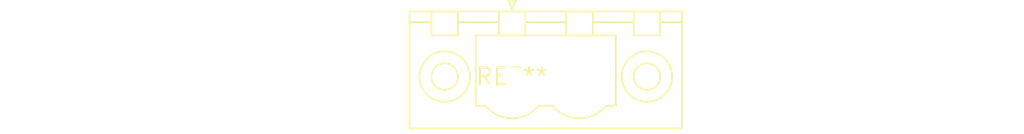
<source format=kicad_pcb>
(kicad_pcb (version 20240108) (generator pcbnew)
  (layers (0 "F.Cu" signal) (31 "B.Cu" signal) (34 "B.Paste" user) (35 "F.Paste" user) (36 "B.SilkS" user "B.Silkscreen") (37 "F.SilkS" user "F.Silkscreen") (38 "B.Mask" user) (39 "F.Mask" user) (44 "Edge.Cuts" user))
  (net 0 "")
  (footprint "PhoenixContact_MSTBV_2,5_2-GF-5,08_1x02_P5.08mm_Vertical_ThreadedFlange" (layer "F.Cu") (at 0 0)
    (property "Reference" "REF**")
    (property "Value" "PhoenixContact_MSTBV_2,5_2-GF-5,08_1x02_P5.08mm_Vertical_ThreadedFlange")
    (fp_line (start -7.73 -4.91) (end -7.73 3.91) (layer "F.SilkS") (stroke (width 0.12)))
    (fp_line (start -7.73 -4.1) (end -6.19 -4.1) (layer "F.SilkS") (stroke (width 0.12)))
    (fp_line (start -7.73 3.91) (end 12.81 3.91) (layer "F.SilkS") (stroke (width 0.12)))
    (fp_line (start -6.08 -4.91) (end -4.08 -4.91) (layer "F.SilkS") (stroke (width 0.12)))
    (fp_line (start -6.08 -3.1) (end -6.08 -4.91) (layer "F.SilkS") (stroke (width 0.12)))
    (fp_line (start -4.08 -4.91) (end -4.08 -3.1) (layer "F.SilkS") (stroke (width 0.12)))
    (fp_line (start -4.08 -4.1) (end -1 -4.1) (layer "F.SilkS") (stroke (width 0.12)))
    (fp_line (start -4.08 -3.1) (end -6.08 -3.1) (layer "F.SilkS") (stroke (width 0.12)))
    (fp_line (start -2.74 -3.1) (end 7.82 -3.1) (layer "F.SilkS") (stroke (width 0.12)))
    (fp_line (start -2.74 2.2) (end -2.74 -3.1) (layer "F.SilkS") (stroke (width 0.12)))
    (fp_line (start -2 2.2) (end -2.74 2.2) (layer "F.SilkS") (stroke (width 0.12)))
    (fp_line (start -1 -4.91) (end 1 -4.91) (layer "F.SilkS") (stroke (width 0.12)))
    (fp_line (start -1 -3.1) (end -1 -4.91) (layer "F.SilkS") (stroke (width 0.12)))
    (fp_line (start -0.3 -5.71) (end 0.3 -5.71) (layer "F.SilkS") (stroke (width 0.12)))
    (fp_line (start 0 -5.11) (end -0.3 -5.71) (layer "F.SilkS") (stroke (width 0.12)))
    (fp_line (start 0.3 -5.71) (end 0 -5.11) (layer "F.SilkS") (stroke (width 0.12)))
    (fp_line (start 1 -4.91) (end 1 -3.1) (layer "F.SilkS") (stroke (width 0.12)))
    (fp_line (start 1 -4.1) (end 4.08 -4.1) (layer "F.SilkS") (stroke (width 0.12)))
    (fp_line (start 1 -3.1) (end -1 -3.1) (layer "F.SilkS") (stroke (width 0.12)))
    (fp_line (start 2 2.2) (end 3.08 2.2) (layer "F.SilkS") (stroke (width 0.12)))
    (fp_line (start 4.08 -4.91) (end 6.08 -4.91) (layer "F.SilkS") (stroke (width 0.12)))
    (fp_line (start 4.08 -3.1) (end 4.08 -4.91) (layer "F.SilkS") (stroke (width 0.12)))
    (fp_line (start 6.08 -4.91) (end 6.08 -3.1) (layer "F.SilkS") (stroke (width 0.12)))
    (fp_line (start 6.08 -4.1) (end 9.16 -4.1) (layer "F.SilkS") (stroke (width 0.12)))
    (fp_line (start 6.08 -3.1) (end 4.08 -3.1) (layer "F.SilkS") (stroke (width 0.12)))
    (fp_line (start 7.82 -3.1) (end 7.82 2.2) (layer "F.SilkS") (stroke (width 0.12)))
    (fp_line (start 7.82 2.2) (end 7.08 2.2) (layer "F.SilkS") (stroke (width 0.12)))
    (fp_line (start 9.16 -4.91) (end 11.16 -4.91) (layer "F.SilkS") (stroke (width 0.12)))
    (fp_line (start 9.16 -3.1) (end 9.16 -4.91) (layer "F.SilkS") (stroke (width 0.12)))
    (fp_line (start 11.16 -4.91) (end 11.16 -3.1) (layer "F.SilkS") (stroke (width 0.12)))
    (fp_line (start 11.16 -3.1) (end 9.16 -3.1) (layer "F.SilkS") (stroke (width 0.12)))
    (fp_line (start 12.81 -4.91) (end -7.73 -4.91) (layer "F.SilkS") (stroke (width 0.12)))
    (fp_line (start 12.81 -4.1) (end 11.27 -4.1) (layer "F.SilkS") (stroke (width 0.12)))
    (fp_line (start 12.81 3.91) (end 12.81 -4.91) (layer "F.SilkS") (stroke (width 0.12)))
    (fp_arc (start 1.986842 2.215821) (mid -0.010289 3.142758) (end -2 2.2) (layer "F.SilkS") (stroke (width 0.12)))
    (fp_arc (start 7.066842 2.215821) (mid 5.069711 3.142758) (end 3.08 2.2) (layer "F.SilkS") (stroke (width 0.12)))
    (fp_circle (center -5.08 0) (end -4.08 0) (layer "F.SilkS") (stroke (width 0.12)) (fill none))
    (fp_circle (center -5.08 0) (end -3.18 0) (layer "F.SilkS") (stroke (width 0.12)) (fill none))
    (fp_circle (center 10.16 0) (end 11.16 0) (layer "F.SilkS") (stroke (width 0.12)) (fill none))
    (fp_circle (center 10.16 0) (end 12.06 0) (layer "F.SilkS") (stroke (width 0.12)) (fill none))
    (pad "1" thru_hole roundrect (at 0 0) (size 2.08 3.6) (drill 1.4) (layers *.Cu *.Mask) (remove_unused_layers) (roundrect_rratio 0.120192))
    (pad "2" thru_hole oval (at 5.08 0) (size 2.08 3.6) (drill 1.4) (layers *.Cu *.Mask) (remove_unused_layers))
  )
)
</source>
